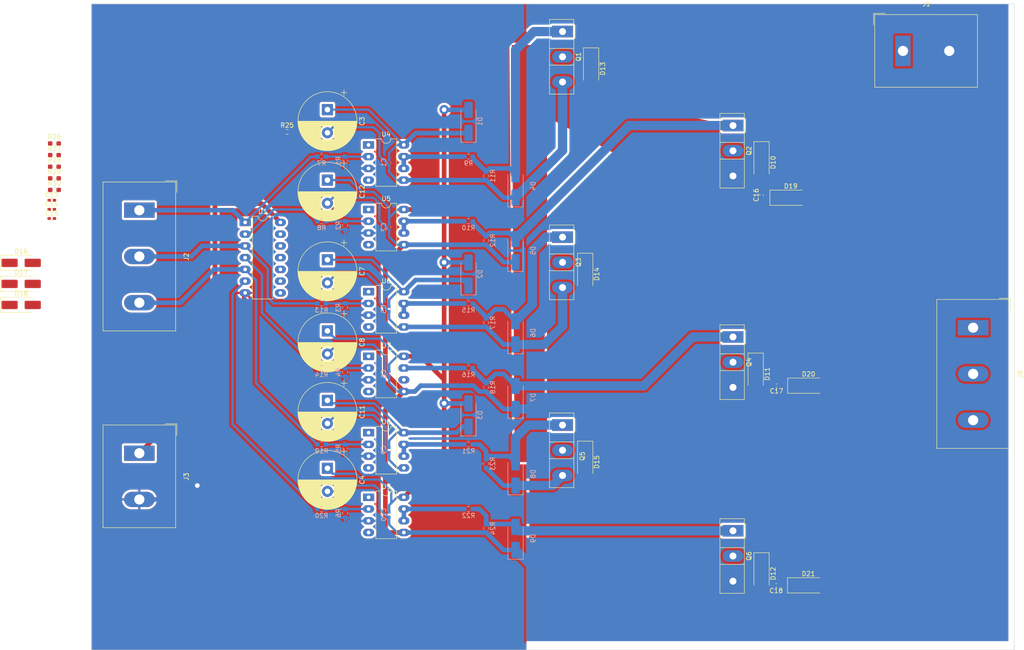
<source format=kicad_pcb>
(kicad_pcb (version 20221018) (generator pcbnew)
  (layers (0 "F.Cu" signal) (31 "B.Cu" signal) (34 "B.Paste" user) (35 "F.Paste" user) (36 "B.SilkS" user "B.Silkscreen") (37 "F.SilkS" user "F.Silkscreen") (38 "B.Mask" user) (39 "F.Mask" user) (44 "Edge.Cuts" user))
  (net 0 "")
  (net 1 "Net-(D1-K)")
  (net 2 "Net-(D10-K)")
  (net 3 "+15V")
  (net 4 "GND")
  (net 5 "Net-(D2-K)")
  (net 6 "Net-(D11-K)")
  (net 7 "Net-(D3-K)")
  (net 8 "Net-(D12-K)")
  (net 9 "Net-(D4-A2)")
  (net 10 "Net-(D5-A2)")
  (net 11 "Net-(D6-A2)")
  (net 12 "Net-(D7-A2)")
  (net 13 "Net-(D8-A2)")
  (net 14 "Net-(D9-A2)")
  (net 15 "S1")
  (net 16 "S3")
  (net 17 "S5")
  (net 18 "Net-(J3-Pin_1)")
  (net 19 "GNDD")
  (net 20 "+VDC")
  (net 21 "Net-(U4-A)")
  (net 22 "Net-(U5-A)")
  (net 23 "Net-(U6-A)")
  (net 24 "Net-(U7-A)")
  (net 25 "Net-(U8-A)")
  (net 26 "Net-(U9-A)")
  (net 27 "S2")
  (net 28 "Net-(R9-Pad1)")
  (net 29 "Net-(R10-Pad1)")
  (net 30 "S4")
  (net 31 "Net-(R15-Pad1)")
  (net 32 "Net-(R16-Pad1)")
  (net 33 "S6")
  (net 34 "Net-(R21-Pad1)")
  (net 35 "Net-(R22-Pad1)")
  (net 54 "Net-(D16-A)")
  (net 55 "Net-(D17-A)")
  (net 56 "Net-(D18-A)")
  (net 57 "Net-(D19-K)")
  (net 58 "Net-(D20-K)")
  (net 59 "Net-(D21-K)")
  (footprint "Diode_SMD:D_SMA_Handsoldering" (layer "F.Cu") (at 184.15 99.06)
    (fp_text reference "D20")
    (fp_text value "D" hide)
  )
  (footprint "Package_DIP:DIP-8_W7.62mm_LongPads" (layer "F.Cu") (at 89.08 109.22)
    (fp_text reference "U8")
    (fp_text value "TLP250")
  )
  (footprint "Diode_SMD:D_SMA_Handsoldering" (layer "F.Cu") (at 172.72 96.52 -90)
    (fp_text reference "D11")
    (fp_text value "D")
  )
  (footprint "Package_DIP:DIP-8_W7.62mm_LongPads" (layer "F.Cu") (at 89.08 123.19)
    (fp_text reference "U9")
    (fp_text value "TLP250")
  )
  (footprint "Diode_SMD:D_SMA_Handsoldering" (layer "F.Cu") (at 14.01 77.05)
    (fp_text reference "D17")
    (fp_text value "D")
  )
  (footprint "Diode_SMD:D_SMA_Handsoldering" (layer "F.Cu") (at 135.89 74.93 -90)
    (fp_text reference "D14")
    (fp_text value "D")
  )
  (footprint "Capacitor_THT:CP_Radial_D12.5mm_P5.00mm" (layer "F.Cu") (at 80.19 87.211 -90)
    (fp_text reference "C8")
    (fp_text value "470u")
  )
  (footprint "Capacitor_SMD:C_0402_1005Metric_Pad0.74x0.62mm_HandSolder" (layer "F.Cu") (at 20.635 62.91)
    (fp_text reference "C15")
    (fp_text value "X")
  )
  (footprint "Package_TO_SOT_THT:TO-247-3_Vertical" (layer "F.Cu") (at 167.82 42.81 -90)
    (fp_text reference "Q2")
    (fp_text value "Q_NIGBT_GCE")
  )
  (footprint "Package_TO_SOT_THT:TO-247-3_Vertical" (layer "F.Cu") (at 167.82 130.44 -90)
    (fp_text reference "Q6")
    (fp_text value "Q_NIGBT_GCE")
  )
  (footprint "Package_TO_SOT_THT:TO-247-3_Vertical" (layer "F.Cu") (at 130.99 107.58 -90)
    (fp_text reference "Q5")
    (fp_text value "Q_NIGBT_GCE")
  )
  (footprint "Capacitor_SMD:C_0402_1005Metric_Pad0.74x0.62mm_HandSolder" (layer "F.Cu") (at 20.635 60.94)
    (fp_text reference "C14")
    (fp_text value "X")
  )
  (footprint "Diode_SMD:D_SMA_Handsoldering" (layer "F.Cu") (at 14.01 72.5)
    (fp_text reference "D16")
    (fp_text value "D")
  )
  (footprint "Capacitor_SMD:C_0402_1005Metric_Pad0.74x0.62mm_HandSolder" (layer "F.Cu") (at 173.99 57.8525 90)
    (fp_text reference "C16")
    (fp_text value "X")
  )
  (footprint "Capacitor_THT:CP_Radial_D12.5mm_P5.00mm" (layer "F.Cu") (at 80.19 71.835 -90)
    (fp_text reference "C7")
    (fp_text value "470u")
  )
  (footprint "TerminalBlock_Dinkle:TerminalBlock_Dinkle_DT-55-B01X-03_P10.00mm" (layer "F.Cu") (at 39.55 61.12 -90)
    (fp_text reference "J2")
    (fp_text value "Screw_Terminal_01x03")
  )
  (footprint "Diode_SMD:D_SMA_Handsoldering" (layer "F.Cu") (at 173.99 139.7 -90)
    (fp_text reference "D12")
    (fp_text value "D")
  )
  (footprint "Diode_SMD:D_SMA_Handsoldering" (layer "F.Cu") (at 14.01 81.6)
    (fp_text reference "D18")
    (fp_text value "D")
  )
  (footprint "Capacitor_THT:CP_Radial_D12.5mm_P5.00mm" (layer "F.Cu") (at 80.19 39.37 -90)
    (fp_text reference "C3")
    (fp_text value "470u")
  )
  (footprint "Resistor_SMD:R_0603_1608Metric_Pad0.98x0.95mm_HandSolder" (layer "F.Cu") (at 21.205 54.22)
    (fp_text reference "R29")
    (fp_text value "X")
  )
  (footprint "Resistor_SMD:R_0603_1608Metric_Pad0.98x0.95mm_HandSolder" (layer "F.Cu") (at 21.205 49.2)
    (fp_text reference "R27")
    (fp_text value "X")
  )
  (footprint "Resistor_SMD:R_0603_1608Metric_Pad0.98x0.95mm_HandSolder" (layer "F.Cu") (at 71.4775 44.18)
    (fp_text reference "R25")
    (fp_text value "X")
  )
  (footprint "Package_TO_SOT_THT:TO-247-3_Vertical" (layer "F.Cu") (at 130.99 66.94 -90)
    (fp_text reference "Q3")
    (fp_text value "Q_NIGBT_GCE")
  )
  (footprint "Resistor_SMD:R_0603_1608Metric_Pad0.98x0.95mm_HandSolder" (layer "F.Cu") (at 21.205 46.69)
    (fp_text reference "R26")
    (fp_text value "X")
  )
  (footprint "Capacitor_SMD:C_0402_1005Metric_Pad0.74x0.62mm_HandSolder" (layer "F.Cu") (at 177.2325 99.06 180)
    (fp_text reference "C17")
    (fp_text value "X")
  )
  (footprint "Package_DIP:DIP-8_W7.62mm_LongPads" (layer "F.Cu") (at 89.08 78.74)
    (fp_text reference "U6")
    (fp_text value "TLP250")
  )
  (footprint "Package_DIP:DIP-8_W7.62mm_LongPads" (layer "F.Cu") (at 89.08 92.71)
    (fp_text reference "U7")
    (fp_text value "TLP250")
  )
  (footprint "Package_TO_SOT_THT:TO-247-3_Vertical" (layer "F.Cu") (at 167.82 88.53 -90)
    (fp_text reference "Q4")
    (fp_text value "Q_NIGBT_GCE")
  )
  (footprint "TerminalBlock_Dinkle:TerminalBlock_Dinkle_DT-55-B01X-02_P10.00mm" (layer "F.Cu") (at 204.55 26.67)
    (fp_text reference "J1")
    (fp_text value "Screw_Terminal_01x02")
  )
  (footprint "Package_DIP:DIP-8_W7.62mm_LongPads" (layer "F.Cu") (at 89.08 60.96)
    (fp_text reference "U5")
    (fp_text value "TLP250")
  )
  (footprint "Resistor_SMD:R_0603_1608Metric_Pad0.98x0.95mm_HandSolder" (layer "F.Cu") (at 21.205 51.71)
    (fp_text reference "R28")
    (fp_text value "X")
  )
  (footprint "Diode_SMD:D_SMA_Handsoldering" (layer "F.Cu") (at 173.99 50.8 -90)
    (fp_text reference "D10")
    (fp_text value "D")
  )
  (footprint "Package_DIP:DIP-8_W7.62mm_LongPads" (layer "F.Cu") (at 89.065 47)
    (fp_text reference "U4")
    (fp_text value "TLP250")
  )
  (footprint "Diode_SMD:D_SMA_Handsoldering" (layer "F.Cu") (at 180.3 58.42)
    (fp_text reference "D19")
    (fp_text value "D")
  )
  (footprint "Capacitor_SMD:C_0402_1005Metric_Pad0.74x0.62mm_HandSolder" (layer "F.Cu") (at 20.635 58.97)
    (fp_text reference "C13")
    (fp_text value "X")
  )
  (footprint "Capacitor_SMD:C_0402_1005Metric_Pad0.74x0.62mm_HandSolder" (layer "F.Cu") (at 177.1525 142.24 180)
    (fp_text reference "C18")
    (fp_text value "X")
  )
  (footprint "TerminalBlock_Dinkle:TerminalBlock_Dinkle_DT-55-B01X-02_P10.00mm" (layer "F.Cu") (at 39.55 113.665 -90)
    (fp_text reference "J3")
    (fp_text value "Screw_Terminal_01x02")
  )
  (footprint "Diode_SMD:D_SMA_Handsoldering" (layer "F.Cu") (at 184.11 142.24)
    (fp_text reference "D21")
    (fp_text value "D")
  )
  (footprint "Diode_SMD:D_SMA_Handsoldering" (layer "F.Cu") (at 135.89 115.57 -90)
    (fp_text reference "D15")
    (fp_text value "D")
  )
  (footprint "Resistor_SMD:R_0603_1608Metric_Pad0.98x0.95mm_HandSolder" (layer "F.Cu") (at 21.205 56.73)
    (fp_text reference "R30")
    (fp_text value "X")
  )
  (footprint "Capacitor_THT:CP_Radial_D12.5mm_P5.00mm" (layer "F.Cu") (at 80.19 102.235 -90)
    (fp_text reference "C11")
    (fp_text value "470u")
  )
  (footprint "Capacitor_THT:CP_Radial_D12.5mm_P5.00mm" (layer "F.Cu") (at 80.19 116.92 -90)
    (fp_text reference "C4")
    (fp_text value "470u")
  )
  (footprint "Capacitor_THT:CP_Radial_D12.5mm_P5.00mm" (layer "F.Cu") (at 80.19 54.61 -90)
    (fp_text reference "C12")
    (fp_text value "470u")
  )
  (footprint "Diode_SMD:D_SMA_Handsoldering" (layer "F.Cu") (at 137.16 30.52 -90)
    (fp_text reference "D13")
    (fp_text value "D")
  )
  (footprint "TerminalBlock_Dinkle:TerminalBlock_Dinkle_DT-55-B01X-03_P10.00mm" (layer "F.Cu") (at 219.71 86.52 -90)
    (fp_text reference "J8")
    (fp_text value "Screw_Terminal_01x03")
  )
  (footprint "Package_TO_SOT_THT:TO-247-3_Vertical" (layer "F.Cu") (at 130.99 22.49 -90)
    (fp_text reference "Q1")
    (fp_text value "Q_NIGBT_GCE")
  )
  (footprint "Package_DIP:DIP-14_W7.62mm_LongPads" (layer "F.Cu") (at 62.41 63.754)
    (fp_text reference "U1")
    (fp_text value "74HCT04")
  )
  (footprint "Diode_SMD:D_SMA_Handsoldering" (layer "B.Cu") (at 110.67 41.91 90)
    (fp_text reference "D1")
    (fp_text value "D")
  )
  (footprint "Capacitor_SMD:C_0402_1005Metric_Pad0.74x0.62mm_HandSolder" (layer "B.Cu") (at 93.525 112.9625 -90)
    (fp_text reference "C9")
    (fp_text value "0.1u")
  )
  (footprint "Resistor_SMD:R_0603_1608Metric_Pad0.98x0.95mm_HandSolder" (layer "B.Cu") (at 78.92 111.76)
    (fp_text reference "R19")
    (fp_text value "510")
  )
  (footprint "Resistor_SMD:R_0603_1608Metric_Pad0.98x0.95mm_HandSolder" (layer "B.Cu") (at 114.48 53.6975 90)
    (fp_text reference "R11")
    (fp_text value "15k")
  )
  (footprint "Resistor_SMD:R_0603_1608Metric_Pad0.98x0.95mm_HandSolder" (layer "B.Cu") (at 110.67 111.76)
    (fp_text reference "R21")
    (fp_text value "8.2")
  )
  (footprint "Resistor_SMD:R_0603_1608Metric_Pad0.98x0.95mm_HandSolder" (layer "B.Cu") (at 84 82.1925 -90)
    (fp_text reference "R3")
    (fp_text value "10k")
  )
  (footprint "Capacitor_SMD:C_0402_1005Metric_Pad0.74x0.62mm_HandSolder" (layer "B.Cu") (at 93.525 50.8 -90)
    (fp_text reference "C1")
    (fp_text value "0.1u")
  )
  (footprint "Resistor_SMD:R_0603_1608Metric_Pad0.98x0.95mm_HandSolder" (layer "B.Cu") (at 114.48 129.8975 90)
    (fp_text reference "R24")
    (fp_text value "15k")
  )
  (footprint "Capacitor_SMD:C_0402_1005Metric_Pad0.74x0.62mm_HandSolder" (layer "B.Cu") (at 93.525 64.77 -90)
    (fp_text reference "C2")
    (fp_text value "0.1u")
  )
  (footprint "Resistor_SMD:R_0603_1608Metric_Pad0.98x0.95mm_HandSolder" (layer "B.Cu") (at 78.92 49.53)
    (fp_text reference "R7")
    (fp_text value "510")
  )
  (footprint "Resistor_SMD:R_0603_1608Metric_Pad0.98x0.95mm_HandSolder" (layer "B.Cu") (at 110.67 49.53)
    (fp_text reference "R9")
    (fp_text value "8.2")
  )
  (footprint "Resistor_SMD:R_0603_1608Metric_Pad0.98x0.95mm_HandSolder" (layer "B.Cu") (at 78.92 125.73)
    (fp_text reference "R20")
    (fp_text value "510")
  )
  (footprint "Resistor_SMD:R_0603_1608Metric_Pad0.98x0.95mm_HandSolder" (layer "B.Cu") (at 114.48 115.9275 90)
    (fp_text reference "R23")
    (fp_text value "15k")
  )
  (footprint "Diode_SMD:D_SMA_Handsoldering" (layer "B.Cu") (at 120.83 118.15 90)
    (fp_text reference "D8")
    (fp_text value "D_TVS_20V")
  )
  (footprint "Diode_SMD:D_SMA_Handsoldering" (layer "B.Cu") (at 120.83 55.88 90)
    (fp_text reference "D4")
    (fp_text value "D_TVS_20V")
  )
  (footprint "Diode_SMD:D_SMA_Handsoldering" (layer "B.Cu") (at 120.83 101.6 90)
    (fp_text reference "D7")
    (fp_text value "D_TVS_20V")
  )
  (footprint "Diode_SMD:D_SMA_Handsoldering" (layer "B.Cu") (at 110.67 105.41 90)
    (fp_text reference "D3")
    (fp_text value "D")
  )
  (footprint "Resistor_SMD:R_0603_1608Metric_Pad0.98x0.95mm_HandSolder" (layer "B.Cu") (at 84 112.6725 -90)
    (fp_text reference "R5")
    (fp_text value "10k")
  )
  (footprint "Resistor_SMD:R_0603_1608Metric_Pad0.98x0.95mm_HandSolder" (layer "B.Cu") (at 78.92 63.5)
    (fp_text reference "R8")
    (fp_text value "510")
  )
  (footprint "Resistor_SMD:R_0603_1608Metric_Pad0.98x0.95mm_HandSolder" (layer "B.Cu") (at 78.92 95.25)
    (fp_text reference "R14")
    (fp_text value "510")
  )
  (footprint "Resistor_SMD:R_0603_1608Metric_Pad0.98x0.95mm_HandSolder" (layer "B.Cu") (at 114.48 67.6675 90)
    (fp_text reference "R12")
    (fp_text value "15k")
  )
  (footprint "Resistor_SMD:R_0603_1608Metric_Pad0.98x0.95mm_HandSolder" (layer "B.Cu") (at 78.92 81.28)
    (fp_text reference "R13")
    (fp_text value "510")
  )
  (footprint "Capacitor_SMD:C_0402_1005Metric_Pad0.74x0.62mm_HandSolder" (layer "B.Cu") (at 93.525 96.52 -90)
    (fp_text reference "C6")
    (fp_text value "0.1u")
  )
  (footprint "Capacitor_SMD:C_0402_1005Metric_Pad0.74x0.62mm_HandSolder" (layer "B.Cu") (at 93.525 126.9325 -90)
    (fp_text reference "C10")
    (fp_text value "0.1u")
  )
  (footprint "Resistor_SMD:R_0603_1608Metric_Pad0.98x0.95mm_HandSolder" (layer "B.Cu") (at 84 64.4125 -90)
    (fp_text reference "R2")
    (fp_text value "10k")
  )
  (footprint "Resistor_SMD:R_0603_1608Metric_Pad0.98x0.95mm_HandSolder" (layer "B.Cu") (at 110.67 63.5)
    (fp_text reference "R10")
    (fp_text value "8.2")
  )
  (footprint "Resistor_SMD:R_0603_1608Metric_Pad0.98x0.95mm_HandSolder" (layer "B.Cu") (at 84 126.6425 -90)
    (fp_text reference "R6")
    (fp_text value "10k")
  )
  (footprint "Resistor_SMD:R_0603_1608Metric_Pad0.98x0.95mm_HandSolder" (layer "B.Cu") (at 114.48 85.4475 90)
    (fp_text reference "R17")
    (fp_text value "15k")
  )
  (footprint "Resistor_SMD:R_0603_1608Metric_Pad0.98x0.95mm_HandSolder" (layer "B.Cu") (at 114.48 99.4175 90)
    (fp_text reference "R18")
    (fp_text value "15k")
  )
  (footprint "Resistor_SMD:R_0603_1608Metric_Pad0.98x0.95mm_HandSolder" (layer "B.Cu") (at 84 50.4425 -90)
    (fp_text reference "R1")
    (fp_text value "10k")
  )
  (footprint "Diode_SMD:D_SMA_Handsoldering" (layer "B.Cu") (at 110.67 74.93 90)
    (fp_text reference "D2")
    (fp_text value "D")
  )
  (footprint "Diode_SMD:D_SMA_Handsoldering" (layer "B.Cu") (at 120.83 87.63 90)
    (fp_text reference "D6")
    (fp_text value "D_TVS_20V")
  )
  (footprint "Diode_SMD:D_SMA_Handsoldering" (layer "B.Cu") (at 120.83 69.85 90)
    (fp_text reference "D5")
    (fp_text value "D_TVS_20V")
  )
  (footprint "Resistor_SMD:R_0603_1608Metric_Pad0.98x0.95mm_HandSolder" (layer "B.Cu") (at 110.67 95.25)
    (fp_text reference "R16")
    (fp_text value "8.2")
  )
  (footprint "Capacitor_SMD:C_0402_1005Metric_Pad0.74x0.62mm_HandSolder" (layer "B.Cu") (at 93.525 82.4825 -90)
    (fp_text reference "C5")
    (fp_text value "0.1u")
  )
  (footprint "Resistor_SMD:R_0603_1608Metric_Pad0.98x0.95mm_HandSolder" (layer "B.Cu") (at 84 96.1625 -90)
    (fp_text reference "R4")
    (fp_text value "10k")
  )
  (footprint "Resistor_SMD:R_0603_1608Metric_Pad0.98x0.95mm_HandSolder" (layer "B.Cu") (at 110.67 125.73)
    (fp_text reference "R22")
    (fp_text value "8.2")
  )
  (footprint "Resistor_SMD:R_0603_1608Metric_Pad0.98x0.95mm_HandSolder" (layer "B.Cu") (at 110.67 81.28)
    (fp_text reference "R15")
    (fp_text value "8.2")
  )
  (footprint "Diode_SMD:D_SMA_Handsoldering" (layer "B.Cu") (at 120.83 132.08 90)
    (fp_text reference "D9")
    (fp_text value "D_TVS_20V")
  )
  (gr_rect (start 29.21 16.51) (end 228.6 156.21) (stroke (width 0.1)) (fill none) (layer "Edge.Cuts"))
  (segment (start 96.685 47) (end 99.235 44.45) (width 1) (layer "B.Cu") (net 1))
  (segment (start 80.19 39.37) (end 89.055 39.37) (width 0.5) (layer "B.Cu") (net 1))
  (segment (start 89.055 39.37) (end 96.685 47) (width 0.5) (layer "B.Cu") (net 1))
  (segment (start 93.525 50.2325) (end 93.525 48.715) (width 0.5) (layer "B.Cu") (net 1))
  (segment (start 93.525 48.715) (end 95.24 47) (width 0.5) (layer "B.Cu") (net 1))
  (segment (start 95.24 47) (end 96.685 47) (width 0.5) (layer "B.Cu") (net 1))
  (segment (start 99.235 44.45) (end 110.63 44.45) (width 1) (layer "B.Cu") (net 1))
  (segment (start 110.63 44.45) (end 110.67 44.41) (width 1) (layer "B.Cu") (net 1))
  (segment (start 145.86 48.26) (end 130.99 33.39) (width 2) (layer "F.Cu") (net 2))
  (segment (start 136.79 33.39) (end 137.16 33.02) (width 2) (layer "F.Cu") (net 2))
  (segment (start 181.45 48.26) (end 167.82 48.26) (width 2) (layer "F.Cu") (net 2))
  (segment (start 167.82 48.26) (end 145.86 48.26) (width 2) (layer "F.Cu") (net 2))
  (segment (start 219.71 86.52) (end 181.45 48.26) (width 2) (layer "F.Cu") (net 2))
  (segment (start 130.99 33.39) (end 136.79 33.39) (width 2) (layer "F.Cu") (net 2))
  (segment (start 120.83 58.38) (end 118.25 58.38) (width 1) (layer "B.Cu") (net 2))
  (segment (start 114.3 54.61) (end 114.48 54.61) (width 1) (layer "B.Cu") (net 2))
  (segment (start 81.38 43.18) (end 90.17 43.18) (width 0.5) (layer "B.Cu") (net 2))
  (segment (start 118.25 58.38) (end 114.48 54.61) (width 1) (layer "B.Cu") (net 2))
  (segment (start 91.44 49.370599) (end 93.436901 51.3675) (width 0.5) (layer "B.Cu") (net 2))
  (segment (start 93.525 52.885) (end 95.26 54.62) (width 0.5) (layer "B.Cu") (net 2))
  (segment (start 93.436901 51.3675) (end 93.525 51.3675) (width 0.5) (layer "B.Cu") (net 2))
  (segment (start 114.29 54.62) (end 114.3 54.61) (width 1) (layer "B.Cu") (net 2))
  (segment (start 130.99 33.39) (end 130.99 48.22) (width 2) (layer "B.Cu") (net 2))
  (segment (start 93.525 51.3675) (end 93.525 52.885) (width 0.5) (layer "B.Cu") (net 2))
  (segment (start 91.44 44.45) (end 91.44 49.370599) (width 0.5) (layer "B.Cu") (net 2))
  (segment (start 96.685 54.62) (end 114.29 54.62) (width 1) (layer "B.Cu") (net 2))
  (segment (start 80.19 44.37) (end 81.38 43.18) (width 0.5) (layer "B.Cu") (net 2))
  (segment (start 130.99 48.22) (end 120.83 58.38) (width 2) (layer "B.Cu") (net 2))
  (segment (start 90.17 43.18) (end 91.44 44.45) (width 0.5) (layer "B.Cu") (net 2))
  (segment (start 95.26 54.62) (end 96.685 54.62) (width 0.5) (layer "B.Cu") (net 2))
  (segment (start 100.33 60.96) (end 96.7 60.96) (width 1) (layer "F.Cu") (net 3))
  (segment (start 105.41 72.39) (end 105.41 60.96) (width 1) (layer "F.Cu") (net 3))
  (segment (start 105.41 60.96) (end 100.33 60.96) (width 1) (layer "F.Cu") (net 3))
  (segment (start 105.41 39.37) (end 105.41 60.96) (width 1) (layer "F.Cu") (net 3))
  (segment (start 100.33 92.71) (end 96.7 92.71) (width 1) (layer "F.Cu") (net 3))
  (segment (start 105.41 102.87) (end 105.41 97.79) (width 1) (layer "F.Cu") (net 3))
  (segment (start 105.41 114.48) (end 96.7 123.19) (width 1) (layer "F.Cu") (net 3))
  (segment (start 105.41 72.39) (end 105.41 97.79) (width 1) (layer "F.Cu") (net 3))
  (segment (start 105.41 97.79) (end 100.33 92.71) (width 1) (layer "F.Cu") (net 3))
  (segment (start 105.41 102.87) (end 105.41 114.48) (width 1) (layer "F.Cu") (net 3))
  (via (at 105.41 102.87) (size 2) (drill 1) (layers "F.Cu" "B.Cu") (net 3))
  (via (at 105.41 72.39) (size 2) (drill 1) (layers "F.Cu" "B.Cu") (net 3))
  (via (at 105.41 39.37) (size 2) (drill 1) (layers "F.Cu" "B.Cu") (net 3))
  (segment (start 95.34 92.71) (end 96.7 92.71) (width 0.5) (layer "B.Cu") (net 3))
  (segment (start 93.525 124.915) (end 93.98 124.46) (width 0.5) (layer "B.Cu") (net 3))
  (segment (start 80.19 116.92) (end 81.38 118.11) (width 0.5) (layer "B.Cu") (net 3))
  (segment (start 93.525 60.505) (end 93.525 62.775) (width 0.5) (layer "B.Cu") (net 3))
  (segment (start 90.17 57.15) (end 93.525 60.505) (width 0.5) (layer "B.Cu") (net 3))
  (segment (start 105.41 102.87) (end 105.45 102.91) (width 1) (layer "B.Cu") (net 3))
  (segment (start 95.25 123.19) (end 96.7 123.19) (width 0.5) (layer "B.Cu") (net 3))
  (segment (start 110.63 72.39) (end 110.67 72.43) (width 1) (layer "B.Cu") (net 3))
  (segment (start 96.7 92.71) (end 95.25 92.71) (width 0.5) (layer "B.Cu") (net 3))
  (segment (start 87.63 119.38) (end 91.44 119.38) (width 0.5) (layer "B.Cu") (net 3))
  (segment (start 93.525 126.365) (end 93.525 124.915) (width 0.5) (layer "B.Cu") (net 3))
  (segment (start 105.45 102.91) (end 110.67 102.91) (width 1) (layer "B.Cu") (net 3))
  (segment (start 91.44 119.38) (end 93.98 121.92) (width 0.5) (layer "B.Cu") (net 3))
  (segment (start 110.67 39.41) (end 105.45 39.41) (width 1) (layer "B.Cu") (net 3))
  (segment (start 95.34 60.96) (end 96.7 60.96) (width 0.5) (layer "B.Cu") (net 3))
  (segment (start 80.19 54.61) (end 85.09 54.61) (width 0.5) (layer "B.Cu") (net 3))
  (segment (start 93.525 94.435) (end 93.525 95.9525) (width 0.5) (layer "B.Cu") (net 3))
  (segment (start 93.98 124.46) (end 95.25 123.19) (width 0.5) (layer "B.Cu") (net 3))
  (segment (start 85.09 54.61) (end 87.63 57.15) (width 0.5) (layer "B.Cu") (net 3))
  (segment (start 87.63 57.15) (end 90.17 57.15) (width 0.5) (layer "B.Cu") (net 3))
  (segment (start 86.36 118.11) (end 87.63 119.38) (width 0.5) (layer "B.Cu") (net 3))
  (segment (start 91.53 88.9) (end 95.34 92.71) (width 0.5) (layer "B.Cu") (net 3))
  (segment (start 80.19 87.211) (end 81.879 88.9) (width 0.5) (layer "B.Cu") (net 3))
  (segment (start 105.45 39.41) (end 105.41 39.37) (width 1) (layer "B.Cu") (net 3))
  (segment (start 105.41 72.39) (end 110.63 72.39) (width 1) (layer "B.Cu") (net 3))
  (segment (start 93.525 62.775) (end 95.34 60.96) (width 0.5) (layer "B.Cu") (net 3))
  (segment (start 93.525 64.2025) (end 93.525 62.775) (width 0.5) (layer "B.Cu") (net 3))
  (segment (start 81.38 118.11) (end 86.36 118.11) (width 0.5) (layer "B.Cu") (net 3))
  (segment (start 95.25 92.71) (end 93.525 94.435) (width 0.5) (layer "B.Cu") (net 3))
  (segment (start 81.879 88.9) (end 91.53 88.9) (width 0.5) (layer "B.Cu") (net 3))
  (segment (start 93.98 121.92) (end 93.98 124.46) (width 0.5) (layer "B.Cu") (net 3))
  (segment (start 174.03 142.24) (end 173.99 142.2) (width 1) (layer "F.Cu") (net 4))
  (segment (start 167.82 99.43) (end 172.31 99.43) (width 2) (layer "F.Cu") (net 4))
  (segment (start 92.71 130.81) (end 96.7 130.81) (width 1) (layer "F.Cu") (net 4))
  (segment (start 96.7 100.33) (end 92.71 104.32) (width 1) (layer "F.Cu") (net 4))
  (segment (start 168.68 142.2) (end 167.82 141.34) (width 2) (layer "F.Cu") (net 4))
  (segment (start 92.71 104.32) (end 92.71 130.81) (width 1) (layer "F.Cu") (net 4))
  (segment (start 173.99 142.2) (end 168.68 142.2) (width 2) (layer "F.Cu") (net 4))
  (segment (start 167.82 53.71) (end 173.58 53.71) (width 2) (layer "F.Cu") (net 4))
  (segment (start 173.58 53.71) (end 173.99 53.3) (width 2) (layer "F.Cu") (net 4))
  (segment (start 176.585 142.24) (end 174.03 142.24) (width 1) (layer "F.Cu") (net 4))
  (segment (start 92.71 72.57) (end 92.71 96.34) (width 1) (layer "F.Cu") (net 4))
  (segment (start 172.31 99.43) (end 172.72 99.02) (width 2) (layer "F.Cu") (net 4))
  (segment (start 92.71 96.34) (end 96.7 100.33) (width 1) (layer "F.Cu") (net 4))
  (segment (start 96.7 68.58) (end 92.71 72.57) (width 1) (layer "F.Cu") (net 4))
  (segment (start 82.231 90.17) (end 90.17 90.17) (width 0.5) (layer "B.Cu") (net 4))
  (segment (start 83.82 120.65) (end 90.44 120.65) (width 0.5) (layer "B.Cu") (net 4))
  (segment (start 120.83 104.1) (end 118.25 104.1) (width 1) (layer "B.Cu") (net 4))
  (segment (start 80.19 121.92) (end 82.55 121.92) (width 0.5) (layer "B.Cu") (net 4))
  (segment (start 92.71 92.71) (end 92.71 96.360599) (width 0.5) (layer "B.Cu") (net 4))
  (segment (start 91.44 125.73) (end 93.21 127.5) (width 0.5) (layer "B.Cu") (net 4))
  (segment (start 187.51 79.74) (end 187.51 53.71) (width 2) (layer "B.Cu") (net 4))
  (segment (start 93.525 98.48125) (end 93.525 97.0875) (width 0.5) (layer "B.Cu") (net 4))
  (segment (start 91.44 63.340599) (end 93.436901 65.3375) (width 0.5) (layer "B.Cu") (net 4))
  (segment (start 92.71 96.360599) (end 93.436901 97.0875) (width 0.5) (layer "B.Cu") (net 4))
  (segment (start 91.44 59.69) (end 91.44 63.340599) (width 0.5) (layer "B.Cu") (net 4))
  (segment (start 96.7 100.33) (end 95.37375 100.33) (width 0.5) (layer "B.Cu") (net 4))
  (segment (start 93.436901 97.0875) (end 93.525 97.0875) (width 0.5) (layer "B.Cu") (net 4))
  (segment (start 90.17 58.42) (end 91.44 59.69) (width 0.5) (layer "B.Cu") (net 4))
  (segment (start 127.59 141.34) (end 167.82 141.34) (width 2) (layer "B.Cu") (net 4))
  (segment (start 82.55 121.92) (end 83.82 120.65) (width 0.5) (layer "B.Cu") (net 4))
  (segment (start 93.21 127.5) (end 93.525 127.5) (width 0.5) (layer "B.Cu") (net 4))
  (segment (start 167.82 141.34) (end 187.51 121.65) (width 2) (layer "B.Cu") (net 4))
  (segment (start 90.44 120.65) (end 91.44 121.65) (width 0.5) (layer "B.Cu") (net 4))
  (segment (start 114.48 130.81) (end 96.7 130.81) (width 1) (layer "B.Cu") (net 4))
  (segment (start 167.82 53.71) (end 187.51 53.71) (width 2) (layer "B.Cu") (net 4))
  (segment (start 95.37375 100.33) (end 93.525 98.48125) (width 0.5) (layer "B.Cu") (net 4))
  (segment (start 80.19 92.211) (end 82.231 90.17) (width 0.5) (layer "B.Cu") (net 4))
  (segment (start 163.15 104.1) (end 167.82 99.43) (width 2) (layer "B.Cu") (net 4))
  (segment (start 214.55 34.37) (end 214.55 26.67) (width 2) (layer "B.Cu") (net 4))
  (segment (start 120.83 104.1) (end 163.15 104.1) (width 2) (layer "B.Cu") (net 4))
  (segment (start 93.436901 65.3375) (end 93.525 65.3375) (width 0.5) (layer "B.Cu") (net 4))
  (segment (start 91.44 121.65) (end 91.44 125.73) (width 0.5) (layer "B.Cu") (net 4))
  (segment (start 187.51 53.71) (end 195.21 53.71) (width 2) (layer "B.Cu") (net 4))
  (segment (start 93.525 127.5) (end 93.525 129.085) (width 0.5) (layer "B.Cu") (net 4))
  (segment (start 111.76 99.06) (end 113.03 100.33) (width 1) (layer "B.Cu") (net 4))
  (segment (start 120.83 72.35) (end 118.25 72.35) (width 1) (layer "B.Cu") (net 4))
  (segment (start 167.82 99.43) (end 187.51 79.74) (width 2) (layer "B.Cu") (net 4))
  (segment (start 95.25 130.81) (end 96.7 130.81) (width 0.5) (layer "B.Cu") (net 4))
  (segment (start 195.21 53.71) (end 214.55 34.37) (width 2) (layer "B.Cu") (net 4))
  (segment (start 120.83 134.58) (end 118.25 134.58) (width 1) (layer "B.Cu") (net 4))
  (segment (start 118.25 72.35) (end 114.48 68.58) (width 1) (layer "B.Cu") (net 4))
  (segment (start 96.7 100.33) (end 99.06 100.33) (width 1) (layer "B.Cu") (net 4))
  (segment (start 93.525 65.3375) (end 93.525 66.855) (width 0.5) (layer "B.Cu") (net 4))
  (segment (start 120.83 134.58) (end 127.59 141.34) (width 2) (layer "B.Cu") (net 4))
  (segment (start 187.51 121.65) (end 187.51 79.74) (width 2) (layer "B.Cu") (net 4))
  (segment (start 99.06 100.33) (end 100.33 99.06) (width 1) (layer "B.Cu") (net 4))
  (segment (start 81.38 58.42) (end 90.17 58.42) (width 0.5) (layer "B.Cu") (net 4))
  (segment (start 80.19 59.61) (end 81.38 58.42) (width 0.5) (layer "B.Cu") (net 4))
  (segment (start 96.7 68.58) (end 114.48 68.58) (width 1) (layer "B.Cu") (net 4))
  (segment (start 118.25 134.58) (end 114.48 130.81) (width 1) (layer "B.Cu") (net 4))
  (segment (start 90.17 90.17) (end 92.71 92.71) (width 0.5) (layer "B.Cu") (net 4))
  (segment (start 118.25 104.1) (end 114.48 100.33) (width 1) (layer "B.Cu") (net 4))
  (segment (start 95.25 68.58) (end 96.7 68.58) (width 0.5) (layer "B.Cu") (net 4))
  (segment (start 93.525 129.085) (end 95.25 130.81) (width 0.5) (layer "B.Cu") (net 4))
  (segment (start 100.33 99.06) (end 111.76 99.06) (width 1) (layer "B.Cu") (net 4))
  (segment (start 93.525 66.855) (end 95.25 68.58) (width 0.5) (layer "B.Cu") (net 4))
  (segment (start 113.03 100.33) (end 114.48 100.33) (width 1) (layer "B.Cu") (net 4))
  (segment (start 110.67 77.43) (end 109.44 76.2) (width 1) (layer "B.Cu") (net 5))
  (segment (start 93.525 81.915) (end 93.525 80.465) (width 0.5) (layer "B.Cu") (net 5))
  (segment (start 99.24 76.2) (end 96.7 78.74) (width 1) (layer "B.Cu") (net 5))
  (segment (start 95.25 78.74) (end 96.7 78.74) (width 0.5) (layer "B.Cu") (net 5))
  (segment (start 109.44 76.2) (end 99.24 76.2) (width 1) (layer "B.Cu") (net 5))
  (segment (start 80.19 71.835) (end 89.795 71.835) (width 0.5) (layer "B.Cu") (net 5))
  (segment (start 93.525 80.465) (end 95.25 78.74) (width 0.5) (layer "B.Cu") (net 5))
  (segment (start 89.795 71.835) (end 96.7 78.74) (width 0.5) (layer "B.Cu") (net 5))
  (segment (start 199.39 93.98) (end 167.82 93.98) (width 2) (layer "F.Cu") (net 6))
  (segment (start 201.93 96.52) (end 199.39 93.98) (width 2) (layer "F.Cu") (net 6))
  (segment (start 219.71 96.52) (end 201.93 96.52) (width 2) (layer "F.Cu") (net 6))
  (segment (start 167.82 93.98) (end 147.13 93.98) (width 2) (layer "F.Cu") (net 6))
  (segment (start 147.13 93.98) (end 130.99 77.84) (width 2) (layer "F.Cu") (net 6))
  (segment (start 130.99 86.18) (end 127 90.17) (width 2) (layer "B.Cu") (net 6))
  (segment (start 91.44 77.47) (end 91.44 81.053099) (width 0.5) (layer "B.Cu") (net 6))
  (segment (start 120.83 90.13) (end 118.25 90.13) (width 1) (layer "B.Cu") (net 6))
  (segment (start 120.87 90.17) (end 120.83 90.13) (width 2) (layer "B.Cu") (net 6))
  (segment (start 93.525 83.05) (end 93.525 84.635) (width 0.5) (layer "B.Cu") (net 6))
  (segment (start 93.436901 83.05) (end 93.525 83.05) (width 0.5) (layer "B.Cu") (net 6))
  (segment (start 88.9 74.93) (end 91.44 77.47) (width 0.5) (layer "B.Cu") (net 6))
  (segment (start 95.25 86.36) (end 96.7 86.36) (width 0.5) (layer "B.Cu") (net 6))
  (segment (start 127 90.17) (end 120.87 90.17) (width 2) (layer "B.Cu") (net 6))
  (segment (start 96.7 86.36) (end 114.48 86.36) (width 1) (layer "B.Cu") (net 6))
  (segment (start 118.25 90.13) (end 114.48 86.36) (width 1) (layer "B.Cu") (net 6))
  (segment (start 82.095 74.93) (end 88.9 74.93) (width 0.5) (layer "B.Cu") (net 6))
  (segment (start 80.19 76.835) (end 82.095 74.93) (width 0.5) (layer "B.Cu") (net 6))
  (segment (start 93.525 84.635) (end 95.25 86.36) (width 0.5) (layer "B.Cu") (net 6))
  (segment (start 130.99 77.84) (end 130.99 86.18) (width 2) (layer "B.Cu") (net 6))
  (segment (start 91.44 81.053099) (end 93.436901 83.05) (width 0.5) (layer "B.Cu") (net 6))
  (segment (start 96.7 109.22) (end 95.25 109.22) (width 0.5) (layer "B.Cu") (net 7))
  (segment (start 90.35 102.87) (end 96.7 109.22) (width 0.5) (layer "B.Cu") (net 7))
  (segment (start 80.825 102.87) (end 90.35 102.87) (width 0.5) (layer "B.Cu") (net 7))
  (segment (start 109.44 107.91) (end 108.13 109.22) (width 1) (layer "B.Cu") (net 7))
  (segment (start 80.19 102.235) (end 80.825 102.87) (width 0.5) (layer "B.Cu") (net 7))
  (segment (start 108.13 109.22) (end 96.7 109.22) (width 1) (layer "B.Cu") (net 7))
  (segment (start 110.67 107.91) (end 109.44 107.91) (width 1) (layer "B.Cu") (net 7))
  (segment (start 95.25 109.22) (end 93.525 110.945) (width 0.5) (layer "B.Cu") (net 7))
  (segment (start 93.525 110.945) (end 93.525 112.395) (width 0.5) (layer "B.Cu") (net 7))
  (segment (start 186.61 135.97) (end 186.69 135.89) (width 1) (layer "F.Cu") (net 8))
  (segment (start 190.5 135.73) (end 190.5 135.89) (width 2) (layer "F.Cu") (net 8))
  (segment (start 219.71 106.52) (end 190.5 135.73) (width 2) (layer "F.Cu") (net 8))
  (segment (start 190.5 135.89) (end 186.69 135.89) (width 2) (layer "F.Cu") (net 8))
  (segment (start 167.82 135.89) (end 148.4 135.89) (width 2) (layer "F.Cu") (net 8))
  (segment (start 186.61 142.24) (end 186.61 135.97) (width 1) (layer "F.Cu") (net 8))
  (segment (start 148.4 135.89) (end 130.99 118.48) (width 2) (layer "F.Cu") (net 8))
  (segment (start 186.69 135.89) (end 167.82 135.89) (width 2) (layer "F.Cu") (net 8))
  (segment (start 80.19 107.235) (end 82.015 105.41) (width 0.5) (layer "B.Cu") (net 8))
  (segment (start 93.21 113.53) (end 93.525 113.53) (width 0.5) (layer "B.Cu") (net 8))
  (segment (start 90.17 105.41) (end 92.71 107.95) (width 0.5) (layer "B.Cu") (net 8))
  (segment (start 82.015 105.41) (end 90.17 105.41) (width 0.5) (layer "B.Cu") (net 8))
  (segment (start 92.71 113.03) (end 93.21 113.53) (width 0.5) (layer "B.Cu") (net 8))
  (segment (start 96.7 116.84) (end 95.25 116.84) (width 0.5) (layer "B.Cu") (net 8))
  (segment (start 120.83 120.65) (end 128.82 120.65) (width 2) (layer "B.Cu") (net 8))
  (segment (start 93.525 115.115) (end 93.525 113.53) (width 0.5) (layer "B.Cu") (net 8))
  (segment (start 92.71 107.95) (end 92.71 113.03) (width 0.5) (layer "B.Cu") (net 8))
  (segment (start 120.83 120.65) (end 118.29 120.65) (width 1) (layer "B.Cu") (net 8))
  (segment (start 118.29 120.65) (end 114.48 116.84) (width 1) (layer "B.Cu") (net 8))
  (segment (start 128.82 120.65) (end 130.99 118.48) (width 2) (layer "B.Cu") (net 8))
  (segment (start 95.25 116.84) (end 93.525 115.115) (width 0.5) (layer "B.Cu") (net 8))
  (segment (start 120.83 53.38) (end 120.83 26.49) (width 2) (layer "B.Cu") (net 9))
  (segment (start 111.5825 49.8875) (end 114.48 52.785) (width 1) (layer "B.Cu") (net 9))
  (segment (start 115.195 52.07) (end 119.52 52.07) (width 1) (layer "B.Cu") (net 9))
  (segment (start 114.48 52.785) (end 115.195 52.07) (width 1) (layer "B.Cu") (net 9))
  (segment (start 111.5825 49.53) (end 111.5825 49.8875) (width 1) (layer "B.Cu") (net 9))
  (segment (start 124.83 22.49) (end 130.99 22.49) (width 2) (layer "B.Cu") (net 9))
  (segment (start 120.83 26.49) (end 124.83 22.49) (width 2) (layer "B.Cu") (net 9))
  (segment (start 119.52 52.07) (end 120.83 53.38) (width 1) (layer "B.Cu") (net 9))
  (segment (start 111.5825 63.5) (end 111.5825 63.8575) (width 1) (layer "B.Cu") (net 10))
  (segment (start 114.48 66.755) (end 115.195 66.04) (width 1) (layer "B.Cu") (net 10))
  (segment (start 115.195 66.04) (end 119.52 66.04) (width 1) (layer "B.Cu") (net 10))
  (segment (start 120.83 67.35) (end 145.37 42.81) (width 2) (layer "B.Cu") (net 10))
  (segment (start 119.52 66.04) (end 120.83 67.35) (width 1) (layer "B.Cu") (net 10))
  (segment (start 145.37 42.81) (end 167.82 42.81) (width 2) (layer "B.Cu") (net 10))
  (segment (start 111.5825 63.8575) (end 114.48 66.755) (width 1) (layer "B.Cu") (net 10))
  (segment (start 124.46 69.85) (end 124.46 81.5) (width 2) (layer "B.Cu") (net 11))
  (segment (start 124.46 81.5) (end 120.83 85.13) (width 2) (layer "B.Cu") (net 11))
  (segment (start 116.465 82.55) (end 118.25 82.55) (width 1) (layer "B.Cu") (net 11))
  (segment (start 127.37 66.94) (end 124.46 69.85) (width 2) (layer "B.Cu") (net 11))
  (segment (start 114.48 84.1775) (end 111.5825 81.28) (width 1) (layer "B.Cu") (net 11))
  (segment (start 130.99 66.94) (end 127.37 66.94) (width 2) (layer "B.Cu") (net 11))
  (segment (start 114.48 84.535) (end 116.465 82.55) (width 1) (layer "B.Cu") (net 11))
  (segment (start 114.48 84.535) (end 114.48 84.1775) (width 1) (layer "B.Cu") (net 11))
  (segment (start 118.25 82.55) (end 120.83 85.13) (width 1) (layer "B.Cu") (net 11))
  (segment (start 148.55 99.1) (end 159.12 88.53) (width 2) (layer "B.Cu") (net 12))
  (segment (start 120.83 99.1) (end 118.25 96.52) (width 1) (layer "B.Cu") (net 12))
  (segment (start 111.5825 95.25) (end 111.5825 95.6075) (width 1) (layer "B.Cu") (net 12))
  (segment (start 116.465 96.52) (end 114.48 98.505) (width 1) (layer "B.Cu") (net 12))
  (segment (start 111.5825 95.6075) (end 114.48 98.505) (width 1) (layer "B.Cu") (net 12))
  (segment (start 120.83 99.1) (end 148.55 99.1) (width 2) (layer "B.Cu") (net 12))
  (segment (start 159.12 88.53) (end 167.82 88.53) (width 2) (layer "B.Cu") (net 12))
  (segment (start 118.25 96.52) (end 116.465 96.52) (width 1) (layer "B.Cu") (net 12))
  (segment (start 111.5825 111.76) (end 113.03 111.76) (width 1) (layer "B.Cu") (net 13))
  (segment (start 120.83 110.31) (end 120.83 115.65) (width 2) (layer "B.Cu") (net 13))
  (segment (start 119.48 114.3) (end 115.195 114.3) (width 1) (layer "B.Cu") (net 13))
  (segment (start 123.56 107.58) (end 120.83 110.31) (width 2) (layer "B.Cu") (net 13))
  (segment (start 115.195 114.3) (end 114.48 115.015) (width 1) (layer "B.Cu") (net 13))
  (segment (start 113.03 111.76) (end 114.48 113.21) (width 1) (layer "B.Cu") (net 13))
  (segment (start 120.83 115.65) (end 119.48 114.3) (width 1) (layer "B.Cu") (net 13))
  (segment (start 114.48 113.21) (end 114.48 115.015) (width 1) (layer "B.Cu") (net 13))
  (segment (start 130.99 107.58) (end 123.56 107.58) (width 2) (layer "B.Cu") (net 13))
  (segment (start 111.5825 125.73) (end 113.03 125.73) (width 1) (layer "B.Cu") (net 14))
  (segment (start 121.69 130.44) (end 167.82 130.44) (width 2) (layer "B.Cu") (net 14))
  (segment (start 120.235 128.985) (end 120.83 129.58) (width 1) (layer "B.Cu") (net 14))
  (segment (start 114.48 128.985) (end 120.235 128.985) (width 1) (layer "B.Cu") (net 14))
  (segment (start 114.48 127.18) (end 114.48 128.985) (width 1) (layer "B.Cu") (net 14))
  (segment (start 120.83 129.58) (end 121.69 130.44) (width 2) (layer "B.Cu") (net 14))
  (segment (start 113.03 125.73) (end 114.48 127.18) (width 1) (layer "B.Cu") (net 14))
  (segment (start 76.634 49.53) (end 62.41 63.754) (width 0.5) (layer "B.Cu") (net 15))
  (segment (start 59.776 61.12) (end 62.41 63.754) (width 1) (layer "B.Cu") (net 15))
  (segment (start 78.0075 49.53) (end 76.634 49.53) (width 0.5) (layer "B.Cu") (net 15))
  (segment (start 39.55 61.12) (end 59.776 61.12) (width 1) (layer "B.Cu") (net 15))
  (segment (start 67.31 73.734) (end 62.41 68.834) (width 0.5) (layer "B.Cu") (net 16))
  (segment (start 68.58 81.28) (end 67.31 80.01) (width 0.5) (layer "B.Cu") (net 16))
  (segment (start 78.0075 81.28) (end 68.58 81.28) (width 0.5) (layer "B.Cu") (net 16))
  (segment (start 39.55 71.12) (end 50.8 71.12) (width 1) (layer "B.Cu") (net 16))
  (segment (start 53.086 68.834) (end 62.41 68.834) (width 1) (layer "B.Cu") (net 16))
  (segment (start 50.8 71.12) (end 53.086 68.834) (width 1) (layer "B.Cu") (net 16))
  (segment (start 67.31 80.01) (end 67.31 73.734) (width 0.5) (layer "B.Cu") (net 16))
  (segment (start 64.77 76.274) (end 62.41 73.914) (width 0.5) (layer "B.Cu") (net 17))
  (segment (start 55.626 73.914) (end 62.41 73.914) (width 1) (layer "B.Cu") (net 17))
  (segment (start 48.42 81.12) (end 55.626 73.914) (width 1) (layer "B.Cu") (net 17))
  (segment (start 39.55 81.12) (end 48.42 81.12) (width 1) (layer "B.Cu") (net 17))
  (segment (start 64.77 98.5225) (end 64.77 76.274) (width 0.5) (layer "B.Cu") (net 17))
  (segment (start 78.0075 111.76) (end 64.77 98.5225) (width 0.5) (layer "B.Cu") (net 17))
  (segment (start 55.88 59.69) (end 65.966 59.69) (width 1) (layer "F.Cu") (net 18))
  (segment (start 55.88 97.335) (end 55.88 59.69) (width 1) (layer "F.Cu") (net 18))
  (segment (start 39.55 113.665) (end 55.88 97.335) (width 1) (layer "F.Cu") (net 18))
  (segment (start 65.966 59.69) (end 70.03 63.754) (width 1) (layer "F.Cu") (net 18))
  (segment (start 73.586 90.17) (end 73.66 90.096) (width 0.5) (layer "F.Cu") (net 19))
  (segment (start 62.41 78.994) (end 73.586 90.17) (width 0.5) (layer "F.Cu") (net 19))
  (segment (start 62.23 110.49) (end 62.23 79.174) (width 1) (layer "F.Cu") (net 19))
  (segment (start 73.586 113.616) (end 80.24 120.27) (width 0.5) (layer "F.Cu") (net 19))
  (segment (start 89.08 66.04) (end 85.09 66.04) (width 0.5) (layer "F.Cu") (net 19))
  (segment (start 73.586 90.17) (end 73.586 113.616) (width 0.5) (layer "F.Cu") (net 19))
  (segment (start 83.44 120.27) (end 85.09 121.92) (width 0.5) (layer "F.Cu") (net 19))
  (segment (start 85.09 97.79) (end 85.09 114.3) (width 0.5) (layer "F.Cu") (net 19))
  (segment (start 85.09 90.17) (end 85.09 97.79) (width 0.5) (layer "F.Cu") (net 19))
  (segment (start 85.09 114.3) (end 85.09 121.92) (width 0.5) (layer "F.Cu") (net 19))
  (segment (start 85.09 66.04) (end 85.09 83.82) (width 0.5) (layer "F.Cu") (net 19))
  (segment (start 85.09 128.27) (end 89.08 128.27) (width 0.5) (layer "F.Cu") (net 19))
  (segment (start 85.09 121.92) (end 85.09 128.27) (width 0.5) (layer "F.Cu") (net 19))
  (segment (start 73.586 90.17) (end 85.09 90.17) (width 0.5) (layer "F.Cu") (net 19))
  (segment (start 83.82 58.42) (end 83.82 64.77) (width 0.5) (layer "F.Cu") (net 19))
  (segment (start 89.065 52.08) (end 83.82 52.08) (width 0.5) (layer "F.Cu") (net 19))
  (segment (start 80.24 120.27) (end 83.44 120.27) (width 0.5) (layer "F.Cu") (net 19))
  (segment (start 83.82 52.08) (end 83.82 58.42) (width 0.5) (layer "F.Cu") (net 19))
  (segment (start 83.82 64.77) (end 85.09 66.04) (width 0.5) (layer "F.Cu") (net 19))
  (segment (start 85.09 114.3) (end 89.08 114.3) (width 0.5) (layer "F.Cu") (net 19))
  (segment (start 89.08 83.82) (end 85.09 83.82) (width 0.5) (layer "F.Cu") (net 19))
  (segment (start 73.66 68.58) (end 83.82 58.42) (width 0.5) (layer "F.Cu") (net 19))
  (segment (start 62.23 79.174) (end 62.41 78.994) (width 1) (layer "F.Cu") (net 19))
  (segment (start 52.07 120.65) (end 62.23 110.49) (width 1) (layer "F.Cu") (net 19))
  (segment (start 89.08 97.79) (end 85.09 97.79) (width 0.5) (layer "F.Cu") (net 19))
  (segment (start 73.66 90.096) (end 73.66 68.58) (width 0.5) (layer "F.Cu") (net 19))
  (segment (start 85.09 83.82) (end 85.09 90.17) (width 0.5) (layer "F.Cu") (net 19))
  (via (at 52.07 120.65) (size 2) (drill 1) (layers "F.Cu" "B.Cu") (net 19))
  (segment (start 84.715 66.04) (end 84 65.325) (width 0.5) (layer "B.Cu") (net 19))
  (segment (start 84.715 97.79) (end 89.08 97.79) (width 0.5) (layer "B.Cu") (net 19))
  (segment (start 84 83.105) (end 84.715 83.82) (width 0.5) (layer "B.Cu") (net 19))
  (segment (start 84 113.585) (end 84.715 114.3) (width 0.5) (layer "B.Cu") (net 19))
  (segment (start 84 127.555) (end 84.715 128.27) (width 0.5) (layer "B.Cu") (net 19))
  (segment (start 84.715 114.3) (end 89.08 114.3) (width 0.5) (layer "B.Cu") (net 19))
  (segment (start 84.725 52.08) (end 84 51.355) (width 0.5) (layer "B.Cu") (net 19))
  (segment (start 89.08 66.04) (end 84.715 66.04) (width 0.5) (layer "B.Cu") (net 19))
  (segment (start 84.715 83.82) (end 89.08 83.82) (width 0.5) (layer "B.Cu") (net 19))
  (segment (start 39.55 123.665) (end 49.055 123.665) (width 1) (layer "B.Cu") (net 19))
  (segment (start 84.715 128.27) (end 89.08 128.27) (width 0.5) (layer "B.Cu") (net 19))
  (segment (start 84 97.075) (end 84.715 97.79) (width 0.5) (layer "B.Cu") (net 19))
  (segment (start 89.065 52.08) (end 84.725 52.08) (width 0.5) (layer "B.Cu") (net 19))
  (segment (start 49.055 123.665) (end 52.07 120.65) (width 1) (layer "B.Cu") (net 19))
  (segment (start 131.03 113.07) (end 130.99 113.03) (width 2) (layer "F.Cu") (net 20))
  (segment (start 135.89 113.07) (end 131.03 113.07) (width 2) (layer "F.Cu") (net 20))
  (segment (start 123.19 29.21) (end 123.19 72.39) (width 2) (layer "F.Cu") (net 20))
  (segment (start 124.46 27.94) (end 123.19 29.21) (width 2) (layer "F.Cu") (net 20))
  (segment (start 130.99 72.39) (end 123.19 72.39) (width 2) (layer "F.Cu") (net 20))
  (segment (start 123.19 113.03) (end 130.99 113.03) (width 2) (layer "F.Cu") (net 20))
  (segment (start 203.28 27.94) (end 130.99 27.94) (width 2) (layer "F.Cu") (net 20))
  (segment (start 204.55 26.67) (end 203.28 27.94) (width 2) (layer "F.Cu") (net 20))
  (segment (start 123.19 72.39) (end 123.19 113.03) (width 2) (layer "F.Cu") (net 20))
  (segment (start 130.99 27.94) (end 124.46 27.94) (width 2) (layer "F.Cu") (net 20))
  (segment (start 89.065 49.54) (end 84.01 49.54) (width 0.5) (layer "B.Cu") (net 21))
  (segment (start 79.8325 49.53) (end 84 49.53) (width 0.5) (layer "B.Cu") (net 21))
  (segment (start 84.01 49.54) (end 84 49.53) (width 0.5) (layer "B.Cu") (net 21))
  (segment (start 84 63.5) (end 89.08 63.5) (width 0.5) (layer "B.Cu") (net 22))
  (segment (start 84 63.5) (end 79.8325 63.5) (width 0.5) (layer "B.Cu") (net 22))
  (segment (start 89.08 81.28) (end 84 81.28) (width 0.5) (layer "B.Cu") (net 23))
  (segment (start 84 81.28) (end 79.8325 81.28) (width 0.5) (layer "B.Cu") (net 23))
  (segment (start 84 95.25) (end 79.8325 95.25) (width 0.5) (layer "B.Cu") (net 24))
  (segment (start 89.08 95.25) (end 84 95.25) (width 0.5) (layer "B.Cu") (net 24))
  (segment (start 84 111.76) (end 79.8325 111.76) (width 0.5) (layer "B.Cu") (net 25))
  (segment (start 89.08 111.76) (end 84 111.76) (width 0.5) (layer "B.Cu") (net 25))
  (segment (start 84 125.73) (end 79.8325 125.73) (width 0.5) (layer "B.Cu") (net 26))
  (segment (start 89.08 125.73) (end 84 125.73) (width 0.5) (layer "B.Cu") (net 26))
  (segment (start 68.58 60.96) (end 63.246 66.294) (width 0.5) (layer "B.Cu") (net 27))
  (segment (start 63.246 66.294) (end 62.41 66.294) (width 0.5) (layer "B.Cu") (net 27))
  (segment (start 75.4675 60.96) (end 68.58 60.96) (width 0.5) (layer "B.Cu") (net 27))
  (segment (start 78.0075 63.5) (end 75.4675 60.96) (width 0.5) (layer "B.Cu") (net 27))
  (segment (start 96.685 52.08) (end 96.685 49.54) (width 1) (layer "B.Cu") (net 28))
  (segment (start 96.685 49.54) (end 109.7475 49.54) (width 1) (layer "B.Cu") (net 28))
  (segment (start 109.7475 49.54) (end 109.7575 49.53) (width 1) (layer "B.Cu") (net 28))
  (segment (start 96.7 63.5) (end 109.7575 63.5) (width 1) (layer "B.Cu") (net 29))
  (segment (start 96.7 66.04) (end 96.7 63.5) (width 1) (layer "B.Cu") (net 29))
  (segment (start 78.0075 95.25) (end 66.04 83.2825) (width 0.5) (layer "B.Cu") (net 30))
  (segment (start 66.04 83.2825) (end 66.04 75.004) (width 0.5) (layer "B.Cu") (net 30))
  (segment (start 66.04 75.004) (end 62.41 71.374) (width 0.5) (layer "B.Cu") (net 30))
  (segment (start 96.7 83.82) (end 96.7 81.28) (width 1) (layer "B.Cu") (net 31))
  (segment (start 96.7 81.28) (end 109.7575 81.28) (width 1) (layer "B.Cu") (net 31))
  (segment (start 96.7 95.25) (end 109.7575 95.25) (width 1) (layer "B.Cu") (net 32))
  (segment (start 78.0075 125.73) (end 59.69 107.4125) (width 0.5) (layer "B.Cu") (net 33))
  (segment (start 59.69 107.4125) (end 59.69 79.174) (width 0.5) (layer "B.Cu") (net 33))
  (segment (start 59.69 79.174) (end 62.41 76.454) (width 0.5) (layer "B.Cu") (net 33))
  (segment (start 109.7575 111.76) (end 96.7 111.76) (width 1) (layer "B.Cu") (net 34))
  (segment (start 96.7 114.3) (end 96.7 111.76) (width 1) (layer "B.Cu") (net 34))
  (segment (start 96.7 125.73) (end 96.7 128.27) (width 1) (layer "B.Cu") (net 35))
  (segment (start 109.7575 125.73) (end 96.7 125.73) (width 1) (layer "B.Cu") (net 35))
  (segment (start 181.61 142.24) (end 177.785 142.24) (width 1) (layer "F.Cu") (net 59))
  (zone (net 6) (net_name "Net-(D11-K)") (layer "F.Cu") (priority 4) (connect_pads yes (clearance 0.5)) (min_thickness 0.25) (fill yes (thermal_gap 0.5) (thermal_bridge_width 0.5))
    (polygon (pts (xy 127.635 74.93) (xy 135.89 74.93) (xy 216.535 92.075) (xy 224.79 92.71) (xy 224.155 100.965) (xy 127.635 100.965)))
  )
  (zone (net 8) (net_name "Net-(D12-K)") (layer "F.Cu") (priority 3) (connect_pads yes (clearance 0.5)) (min_thickness 0.25) (fill yes (thermal_gap 0.5) (thermal_bridge_width 0.5))
    (polygon (pts (xy 123.825 116.205) (xy 168.91 116.205) (xy 215.265 102.87) (xy 226.06 102.87) (xy 226.06 111.125) (xy 186.69 143.51) (xy 123.825 143.51)))
  )
  (zone (net 2) (net_name "Net-(D10-K)") (layer "F.Cu") (priority 4) (connect_pads yes (clearance 0.5)) (min_thickness 0.25) (fill yes (thermal_gap 0.5) (thermal_bridge_width 0.5))
    (polygon (pts (xy 219.71 90.805) (xy 128.27 41.275) (xy 128.27 31.115) (xy 133.35 31.115) (xy 137.795 36.195) (xy 185.42 46.99) (xy 224.79 81.915) (xy 224.79 90.805)))
  )
  (zone (net 20) (net_name "+VDC") (layer "F.Cu") (priority 1) (connect_pads yes (clearance 0.5)) (min_thickness 0.25) (fill yes (thermal_gap 0.5) (thermal_bridge_width 0.5))
    (polygon (pts (xy 208.28 35.56) (xy 137.795 35.56) (xy 133.35 30.48) (xy 127.635 30.48) (xy 127.635 69.85) (xy 135.89 69.85) (xy 135.89 74.93) (xy 127.635 74.93) (xy 127.635 110.49) (xy 134.62 110.49) (xy 134.62 115.57) (xy 120.65 115.57) (xy 120.015 25.4) (xy 137.16 25.4) (xy 140.97 20.955) (xy 208.28 20.955)))
  )
  (zone (net 19) (net_name "GNDD") (layers "F&B.Cu") (connect_pads (clearance 0.5)) (min_thickness 0.25) (fill yes (thermal_gap 0.5) (thermal_bridge_width 0.5))
    (polygon (pts (xy 29.21 16.51) (xy 123.19 16.51) (xy 123.19 156.21) (xy 29.21 156.21)))
  )
  (zone (net 4) (net_name "GND") (layer "B.Cu") (priority 2) (connect_pads yes (clearance 0.5)) (min_thickness 0.25) (fill yes (thermal_gap 0.5) (thermal_bridge_width 0.5))
    (polygon (pts (xy 227.33 16.51) (xy 227.33 154.305) (xy 123.19 154.305) (xy 123.19 16.51)))
  )
)
</source>
